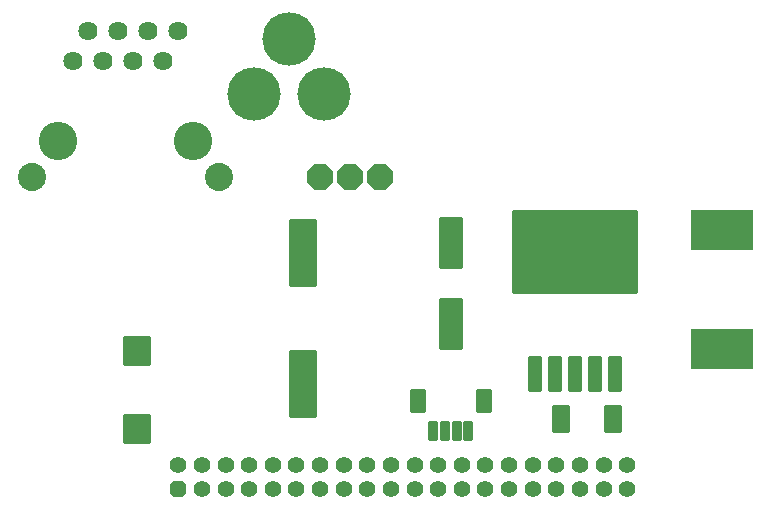
<source format=gts>
%TF.GenerationSoftware,KiCad,Pcbnew,(6.0.0)*%
%TF.CreationDate,2022-05-10T23:47:17-04:00*%
%TF.ProjectId,WT32SC01 wifi poe,57543332-5343-4303-9120-776966692070,rev?*%
%TF.SameCoordinates,Original*%
%TF.FileFunction,Soldermask,Top*%
%TF.FilePolarity,Negative*%
%FSLAX46Y46*%
G04 Gerber Fmt 4.6, Leading zero omitted, Abs format (unit mm)*
G04 Created by KiCad (PCBNEW (6.0.0)) date 2022-05-10 23:47:17*
%MOMM*%
%LPD*%
G01*
G04 APERTURE LIST*
G04 Aperture macros list*
%AMRoundRect*
0 Rectangle with rounded corners*
0 $1 Rounding radius*
0 $2 $3 $4 $5 $6 $7 $8 $9 X,Y pos of 4 corners*
0 Add a 4 corners polygon primitive as box body*
4,1,4,$2,$3,$4,$5,$6,$7,$8,$9,$2,$3,0*
0 Add four circle primitives for the rounded corners*
1,1,$1+$1,$2,$3*
1,1,$1+$1,$4,$5*
1,1,$1+$1,$6,$7*
1,1,$1+$1,$8,$9*
0 Add four rect primitives between the rounded corners*
20,1,$1+$1,$2,$3,$4,$5,0*
20,1,$1+$1,$4,$5,$6,$7,0*
20,1,$1+$1,$6,$7,$8,$9,0*
20,1,$1+$1,$8,$9,$2,$3,0*%
%AMFreePoly0*
4,1,25,0.542319,1.047396,0.554442,1.037042,1.037042,0.554442,1.065549,0.498494,1.066800,0.482600,1.066800,-0.482600,1.047396,-0.542319,1.037042,-0.554442,0.554442,-1.037042,0.498494,-1.065549,0.482600,-1.066800,-0.482600,-1.066800,-0.542319,-1.047396,-0.554442,-1.037042,-1.037042,-0.554442,-1.065549,-0.498494,-1.066800,-0.482600,-1.066800,0.482600,-1.047396,0.542319,-1.037042,0.554442,
-0.554442,1.037042,-0.498494,1.065549,-0.482600,1.066800,0.482600,1.066800,0.542319,1.047396,0.542319,1.047396,$1*%
%AMFreePoly1*
4,1,25,0.359719,0.682196,0.371842,0.671842,0.671842,0.371842,0.700349,0.315894,0.701600,0.300000,0.701600,-0.300000,0.682196,-0.359719,0.671842,-0.371842,0.371842,-0.671842,0.315894,-0.700349,0.300000,-0.701600,-0.300000,-0.701600,-0.359719,-0.682196,-0.371842,-0.671842,-0.671842,-0.371842,-0.700349,-0.315894,-0.701600,-0.300000,-0.701600,0.300000,-0.682196,0.359719,-0.671842,0.371842,
-0.371842,0.671842,-0.315894,0.700349,-0.300000,0.701600,0.300000,0.701600,0.359719,0.682196,0.359719,0.682196,$1*%
G04 Aperture macros list end*
%ADD10RoundRect,0.101600X-1.050000X1.200000X-1.050000X-1.200000X1.050000X-1.200000X1.050000X1.200000X0*%
%ADD11C,3.251200*%
%ADD12C,1.625600*%
%ADD13C,2.387600*%
%ADD14FreePoly0,270.000000*%
%ADD15FreePoly1,0.000000*%
%ADD16C,1.403200*%
%ADD17RoundRect,0.101600X0.525000X-1.400000X0.525000X1.400000X-0.525000X1.400000X-0.525000X-1.400000X0*%
%ADD18RoundRect,0.101600X5.250000X3.425000X-5.250000X3.425000X-5.250000X-3.425000X5.250000X-3.425000X0*%
%ADD19RoundRect,0.101600X0.900000X-2.100000X0.900000X2.100000X-0.900000X2.100000X-0.900000X-2.100000X0*%
%ADD20RoundRect,0.101600X0.300000X0.775000X-0.300000X0.775000X-0.300000X-0.775000X0.300000X-0.775000X0*%
%ADD21RoundRect,0.101600X0.600000X0.900000X-0.600000X0.900000X-0.600000X-0.900000X0.600000X-0.900000X0*%
%ADD22C,4.521200*%
%ADD23RoundRect,0.101600X-1.100000X2.750000X-1.100000X-2.750000X1.100000X-2.750000X1.100000X2.750000X0*%
%ADD24RoundRect,0.101600X-2.550000X-1.600000X2.550000X-1.600000X2.550000X1.600000X-2.550000X1.600000X0*%
%ADD25RoundRect,0.101600X0.700000X-1.050000X0.700000X1.050000X-0.700000X1.050000X-0.700000X-1.050000X0*%
G04 APERTURE END LIST*
D10*
%TO.C,J1*%
X125901094Y-112953590D03*
X125901094Y-119553590D03*
%TD*%
D11*
%TO.C,U$2*%
X119286100Y-95203600D03*
X130716100Y-95203600D03*
D12*
X120556100Y-88403600D03*
X121826100Y-85863600D03*
X123096100Y-88403600D03*
X124366100Y-85863600D03*
X125636100Y-88403600D03*
X126906100Y-85863600D03*
X128176100Y-88403600D03*
X129446100Y-85863600D03*
D13*
X132916100Y-98253600D03*
X117086100Y-98253600D03*
%TD*%
D14*
%TO.C,JP1*%
X146541100Y-98253600D03*
X144001100Y-98253600D03*
X141461100Y-98253600D03*
%TD*%
D15*
%TO.C,H2*%
X129436101Y-124633611D03*
D16*
X129436101Y-122633611D03*
X131436101Y-124633611D03*
X131436101Y-122633611D03*
X133436101Y-124633611D03*
X133436101Y-122633611D03*
X135436101Y-124633611D03*
X135436101Y-122633611D03*
X137436101Y-124633611D03*
X137436101Y-122633611D03*
X139436101Y-124633611D03*
X139436101Y-122633611D03*
X141436101Y-124633611D03*
X141436101Y-122633611D03*
X143436101Y-124633611D03*
X143436101Y-122633611D03*
X145436101Y-124633611D03*
X145436101Y-122633611D03*
X147436101Y-124633611D03*
X147436101Y-122633611D03*
X149436101Y-124633611D03*
X149436101Y-122633611D03*
X151436101Y-124633611D03*
X151436101Y-122633611D03*
X153436101Y-124633611D03*
X153436101Y-122633611D03*
X155436101Y-124633611D03*
X155436101Y-122633611D03*
X157436101Y-124633611D03*
X157436101Y-122633611D03*
X159436101Y-124633611D03*
X159436101Y-122633611D03*
X161436101Y-124633611D03*
X161436101Y-122633611D03*
X163436101Y-124633611D03*
X163436101Y-122633611D03*
X165436101Y-124633611D03*
X165436101Y-122633611D03*
X167436101Y-124633611D03*
X167436101Y-122633611D03*
%TD*%
D17*
%TO.C,IC2*%
X159601096Y-114953605D03*
X161301096Y-114953605D03*
X163001096Y-114953605D03*
X164701096Y-114953605D03*
X166401096Y-114953605D03*
D18*
X163001096Y-104603605D03*
%TD*%
D19*
%TO.C,C6*%
X152501092Y-110703608D03*
X152501092Y-103803608D03*
%TD*%
D20*
%TO.C,QWIIC1*%
X151001092Y-119753609D03*
X152001092Y-119753609D03*
X153001092Y-119753609D03*
X154001092Y-119753609D03*
D21*
X149701092Y-117228609D03*
X155301092Y-117228609D03*
%TD*%
D22*
%TO.C,J4*%
X141801098Y-91253589D03*
X138801098Y-86553589D03*
X135801098Y-91253589D03*
%TD*%
D23*
%TO.C,C5*%
X140001092Y-104703602D03*
X140001092Y-115803602D03*
%TD*%
D24*
%TO.C,L1*%
X175501100Y-102703600D03*
X175501100Y-112803600D03*
%TD*%
D25*
%TO.C,D8*%
X161801094Y-118753611D03*
X166201094Y-118753611D03*
%TD*%
M02*

</source>
